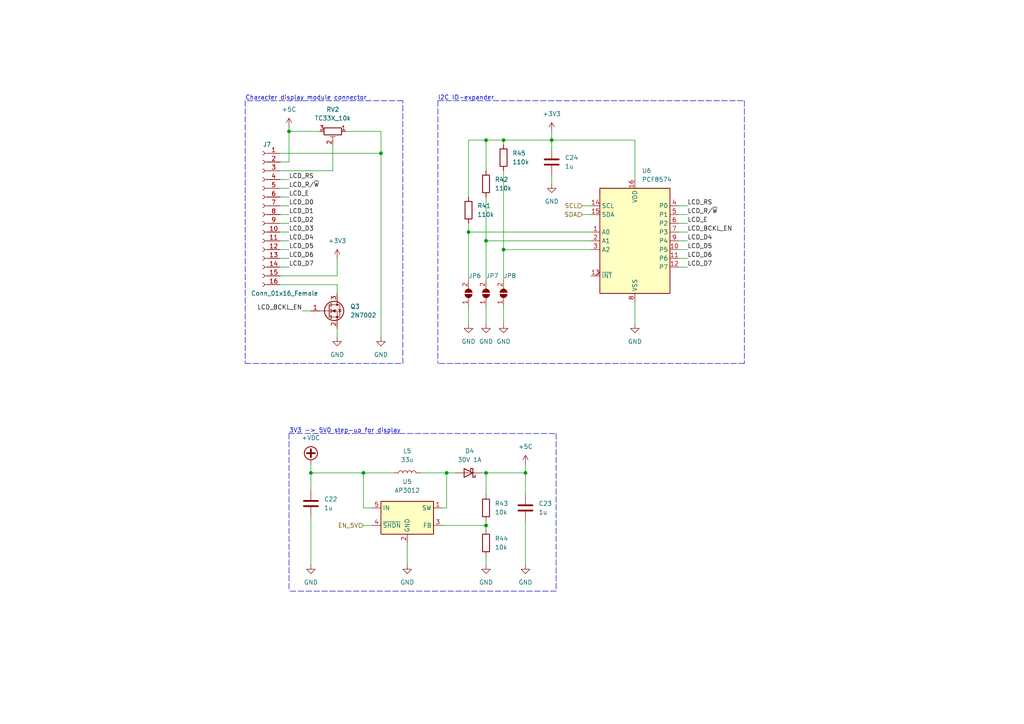
<source format=kicad_sch>
(kicad_sch (version 20211123) (generator eeschema)
  (paper "A4")
  (lib_symbols
    (symbol "Connector:Conn_01x16_Female" (pin_names (offset 1.016) hide)
      (property "Reference" "J" (at 0 20.32 0))
      (property "Value" "Conn_01x16_Female" (at 0 -22.86 0))
      (symbol "Conn_01x16_Female_1_1"
        (arc (start 0 -19.812) (mid -0.508 -20.32) (end 0 -20.828) (stroke (width 0.1524)))
        (arc (start 0 -17.272) (mid -0.508 -17.78) (end 0 -18.288) (stroke (width 0.1524)))
        (arc (start 0 -14.732) (mid -0.508 -15.24) (end 0 -15.748) (stroke (width 0.1524)))
        (arc (start 0 -12.192) (mid -0.508 -12.7) (end 0 -13.208) (stroke (width 0.1524)))
        (arc (start 0 -9.652) (mid -0.508 -10.16) (end 0 -10.668) (stroke (width 0.1524)))
        (arc (start 0 -7.112) (mid -0.508 -7.62) (end 0 -8.128) (stroke (width 0.1524)))
        (arc (start 0 -4.572) (mid -0.508 -5.08) (end 0 -5.588) (stroke (width 0.1524)))
        (arc (start 0 -2.032) (mid -0.508 -2.54) (end 0 -3.048) (stroke (width 0.1524)))
        (polyline (pts (xy -1.27 -20.32) (xy -0.508 -20.32)) (stroke (width 0.1524)))
        (polyline (pts (xy -1.27 -17.78) (xy -0.508 -17.78)) (stroke (width 0.1524)))
        (polyline (pts (xy -1.27 -15.24) (xy -0.508 -15.24)) (stroke (width 0.1524)))
        (polyline (pts (xy -1.27 -12.7) (xy -0.508 -12.7)) (stroke (width 0.1524)))
        (polyline (pts (xy -1.27 -10.16) (xy -0.508 -10.16)) (stroke (width 0.1524)))
        (polyline (pts (xy -1.27 -7.62) (xy -0.508 -7.62)) (stroke (width 0.1524)))
        (polyline (pts (xy -1.27 -5.08) (xy -0.508 -5.08)) (stroke (width 0.1524)))
        (polyline (pts (xy -1.27 -2.54) (xy -0.508 -2.54)) (stroke (width 0.1524)))
        (polyline (pts (xy -1.27 0) (xy -0.508 0)) (stroke (width 0.1524)))
        (polyline (pts (xy -1.27 2.54) (xy -0.508 2.54)) (stroke (width 0.1524)))
        (polyline (pts (xy -1.27 5.08) (xy -0.508 5.08)) (stroke (width 0.1524)))
        (polyline (pts (xy -1.27 7.62) (xy -0.508 7.62)) (stroke (width 0.1524)))
        (polyline (pts (xy -1.27 10.16) (xy -0.508 10.16)) (stroke (width 0.1524)))
        (polyline (pts (xy -1.27 12.7) (xy -0.508 12.7)) (stroke (width 0.1524)))
        (polyline (pts (xy -1.27 15.24) (xy -0.508 15.24)) (stroke (width 0.1524)))
        (polyline (pts (xy -1.27 17.78) (xy -0.508 17.78)) (stroke (width 0.1524)))
        (arc (start 0 0.508) (mid -0.508 0) (end 0 -0.508) (stroke (width 0.1524)))
        (arc (start 0 3.048) (mid -0.508 2.54) (end 0 2.032) (stroke (width 0.1524)))
        (arc (start 0 5.588) (mid -0.508 5.08) (end 0 4.572) (stroke (width 0.1524)))
        (arc (start 0 8.128) (mid -0.508 7.62) (end 0 7.112) (stroke (width 0.1524)))
        (arc (start 0 10.668) (mid -0.508 10.16) (end 0 9.652) (stroke (width 0.1524)))
        (arc (start 0 13.208) (mid -0.508 12.7) (end 0 12.192) (stroke (width 0.1524)))
        (arc (start 0 15.748) (mid -0.508 15.24) (end 0 14.732) (stroke (width 0.1524)))
        (arc (start 0 18.288) (mid -0.508 17.78) (end 0 17.272) (stroke (width 0.1524)))
        (pin passive line (at -5.08 17.78 0) (length 3.81) (name "Pin_1") (number "1"))
        (pin passive line (at -5.08 -5.08 0) (length 3.81) (name "Pin_10") (number "10"))
        (pin passive line (at -5.08 -7.62 0) (length 3.81) (name "Pin_11") (number "11"))
        (pin passive line (at -5.08 -10.16 0) (length 3.81) (name "Pin_12") (number "12"))
        (pin passive line (at -5.08 -12.7 0) (length 3.81) (name "Pin_13") (number "13"))
        (pin passive line (at -5.08 -15.24 0) (length 3.81) (name "Pin_14") (number "14"))
        (pin passive line (at -5.08 -17.78 0) (length 3.81) (name "Pin_15") (number "15"))
        (pin passive line (at -5.08 -20.32 0) (length 3.81) (name "Pin_16") (number "16"))
        (pin passive line (at -5.08 15.24 0) (length 3.81) (name "Pin_2") (number "2"))
        (pin passive line (at -5.08 12.7 0) (length 3.81) (name "Pin_3") (number "3"))
        (pin passive line (at -5.08 10.16 0) (length 3.81) (name "Pin_4") (number "4"))
        (pin passive line (at -5.08 7.62 0) (length 3.81) (name "Pin_5") (number "5"))
        (pin passive line (at -5.08 5.08 0) (length 3.81) (name "Pin_6") (number "6"))
        (pin passive line (at -5.08 2.54 0) (length 3.81) (name "Pin_7") (number "7"))
        (pin passive line (at -5.08 0 0) (length 3.81) (name "Pin_8") (number "8"))
        (pin passive line (at -5.08 -2.54 0) (length 3.81) (name "Pin_9") (number "9"))
      )
    )
    (symbol "Device:C" (pin_numbers hide) (pin_names (offset 0.254))
      (property "Reference" "C" (at 0.635 2.54 0))
      (property "Value" "C" (at 0.635 -2.54 0))
      (symbol "C_0_1"
        (polyline (pts (xy -2.032 -0.762) (xy 2.032 -0.762)) (stroke (width 0.508)))
        (polyline (pts (xy -2.032 0.762) (xy 2.032 0.762)) (stroke (width 0.508)))
      )
      (symbol "C_1_1"
        (pin passive line (at 0 3.81 270) (length 2.794) (name "~") (number "1"))
        (pin passive line (at 0 -3.81 90) (length 2.794) (name "~") (number "2"))
      )
    )
    (symbol "Device:D_Schottky" (pin_numbers hide) (pin_names (offset 1.016) hide)
      (property "Reference" "D" (at 0 2.54 0))
      (property "Value" "D_Schottky" (at 0 -2.54 0))
      (symbol "D_Schottky_0_1"
        (polyline (pts (xy 1.27 0) (xy -1.27 0)))
        (polyline (pts (xy 1.27 1.27) (xy 1.27 -1.27) (xy -1.27 0) (xy 1.27 1.27)) (stroke (width 0.254)))
        (polyline (pts (xy -1.905 0.635) (xy -1.905 1.27) (xy -1.27 1.27) (xy -1.27 -1.27) (xy -0.635 -1.27) (xy -0.635 -0.635)) (stroke (width 0.254)))
      )
      (symbol "D_Schottky_1_1"
        (pin passive line (at -3.81 0 0) (length 2.54) (name "K") (number "1"))
        (pin passive line (at 3.81 0 180) (length 2.54) (name "A") (number "2"))
      )
    )
    (symbol "Device:L" (pin_numbers hide) (pin_names (offset 1.016) hide)
      (property "Reference" "L" (at -1.27 0 90))
      (property "Value" "L" (at 1.905 0 90))
      (symbol "L_0_1"
        (arc (start 0 -2.54) (mid 0.635 -1.905) (end 0 -1.27))
        (arc (start 0 -1.27) (mid 0.635 -0.635) (end 0 0))
        (arc (start 0 0) (mid 0.635 0.635) (end 0 1.27))
        (arc (start 0 1.27) (mid 0.635 1.905) (end 0 2.54))
      )
      (symbol "L_1_1"
        (pin passive line (at 0 3.81 270) (length 1.27) (name "1") (number "1"))
        (pin passive line (at 0 -3.81 90) (length 1.27) (name "2") (number "2"))
      )
    )
    (symbol "Device:Q_NMOS_GSD" (pin_names (offset 0) hide)
      (property "Reference" "Q" (at 5.08 1.27 0))
      (property "Value" "Q_NMOS_GSD" (at 5.08 -1.27 0))
      (symbol "Q_NMOS_GSD_0_1"
        (polyline (pts (xy 0.254 0) (xy -2.54 0)))
        (polyline (pts (xy 0.254 1.905) (xy 0.254 -1.905)) (stroke (width 0.254)))
        (polyline (pts (xy 0.762 -1.27) (xy 0.762 -2.286)) (stroke (width 0.254)))
        (polyline (pts (xy 0.762 0.508) (xy 0.762 -0.508)) (stroke (width 0.254)))
        (polyline (pts (xy 0.762 2.286) (xy 0.762 1.27)) (stroke (width 0.254)))
        (polyline (pts (xy 2.54 2.54) (xy 2.54 1.778)))
        (polyline (pts (xy 2.54 -2.54) (xy 2.54 0) (xy 0.762 0)))
        (polyline (pts (xy 0.762 -1.778) (xy 3.302 -1.778) (xy 3.302 1.778) (xy 0.762 1.778)))
        (polyline (pts (xy 1.016 0) (xy 2.032 0.381) (xy 2.032 -0.381) (xy 1.016 0)) (fill (type outline)))
        (polyline (pts (xy 2.794 0.508) (xy 2.921 0.381) (xy 3.683 0.381) (xy 3.81 0.254)))
        (polyline (pts (xy 3.302 0.381) (xy 2.921 -0.254) (xy 3.683 -0.254) (xy 3.302 0.381)))
        (circle (center 1.651 0) (radius 2.794) (stroke (width 0.254)))
        (circle (center 2.54 -1.778) (radius 0.254) (fill (type outline)))
        (circle (center 2.54 1.778) (radius 0.254) (fill (type outline)))
      )
      (symbol "Q_NMOS_GSD_1_1"
        (pin input line (at -5.08 0 0) (length 2.54) (name "G") (number "1"))
        (pin passive line (at 2.54 -5.08 90) (length 2.54) (name "S") (number "2"))
        (pin passive line (at 2.54 5.08 270) (length 2.54) (name "D") (number "3"))
      )
    )
    (symbol "Device:R" (pin_numbers hide) (pin_names (offset 0))
      (property "Reference" "R" (at 2.032 0 90))
      (property "Value" "R" (at 0 0 90))
      (symbol "R_0_1"
        (rectangle (start -1.016 -2.54) (end 1.016 2.54) (stroke (width 0.254)))
      )
      (symbol "R_1_1"
        (pin passive line (at 0 3.81 270) (length 1.27) (name "~") (number "1"))
        (pin passive line (at 0 -3.81 90) (length 1.27) (name "~") (number "2"))
      )
    )
    (symbol "Device:R_Potentiometer_Trim" (pin_names (offset 1.016) hide)
      (property "Reference" "RV" (at -4.445 0 90))
      (property "Value" "R_Potentiometer_Trim" (at -2.54 0 90))
      (symbol "R_Potentiometer_Trim_0_1"
        (polyline (pts (xy 1.524 0.762) (xy 1.524 -0.762)))
        (polyline (pts (xy 2.54 0) (xy 1.524 0)))
        (rectangle (start 1.016 2.54) (end -1.016 -2.54) (stroke (width 0.254)))
      )
      (symbol "R_Potentiometer_Trim_1_1"
        (pin passive line (at 0 3.81 270) (length 1.27) (name "1") (number "1"))
        (pin passive line (at 3.81 0 180) (length 1.27) (name "2") (number "2"))
        (pin passive line (at 0 -3.81 90) (length 1.27) (name "3") (number "3"))
      )
    )
    (symbol "Interface_Expansion:PCF8574"
      (property "Reference" "U" (at -8.89 16.51 0))
      (property "Value" "PCF8574" (at 2.54 16.51 0))
      (symbol "PCF8574_0_1"
        (rectangle (start -10.16 15.24) (end 10.16 -15.24) (stroke (width 0.254)) (fill (type background)))
      )
      (symbol "PCF8574_1_1"
        (pin input line (at -12.7 2.54 0) (length 2.54) (name "A0") (number "1"))
        (pin bidirectional line (at 12.7 -2.54 180) (length 2.54) (name "P5") (number "10"))
        (pin bidirectional line (at 12.7 -5.08 180) (length 2.54) (name "P6") (number "11"))
        (pin bidirectional line (at 12.7 -7.62 180) (length 2.54) (name "P7") (number "12"))
        (pin open_collector output_low (at -12.7 -10.16 0) (length 2.54) (name "~{INT}") (number "13"))
        (pin input line (at -12.7 10.16 0) (length 2.54) (name "SCL") (number "14"))
        (pin bidirectional line (at -12.7 7.62 0) (length 2.54) (name "SDA") (number "15"))
        (pin power_in line (at 0 17.78 270) (length 2.54) (name "VDD") (number "16"))
        (pin input line (at -12.7 0 0) (length 2.54) (name "A1") (number "2"))
        (pin input line (at -12.7 -2.54 0) (length 2.54) (name "A2") (number "3"))
        (pin bidirectional line (at 12.7 10.16 180) (length 2.54) (name "P0") (number "4"))
        (pin bidirectional line (at 12.7 7.62 180) (length 2.54) (name "P1") (number "5"))
        (pin bidirectional line (at 12.7 5.08 180) (length 2.54) (name "P2") (number "6"))
        (pin bidirectional line (at 12.7 2.54 180) (length 2.54) (name "P3") (number "7"))
        (pin power_in line (at 0 -17.78 90) (length 2.54) (name "VSS") (number "8"))
        (pin bidirectional line (at 12.7 0 180) (length 2.54) (name "P4") (number "9"))
      )
    )
    (symbol "Jumper:SolderJumper_2_Open" (pin_names (offset 0) hide)
      (property "Reference" "JP" (at 0 2.032 0))
      (property "Value" "SolderJumper_2_Open" (at 0 -2.54 0))
      (symbol "SolderJumper_2_Open_0_1"
        (arc (start -0.254 1.016) (mid -1.27 0) (end -0.254 -1.016))
        (arc (start -0.254 1.016) (mid -1.27 0) (end -0.254 -1.016) (fill (type outline)))
        (polyline (pts (xy -0.254 1.016) (xy -0.254 -1.016)))
        (polyline (pts (xy 0.254 1.016) (xy 0.254 -1.016)))
        (arc (start 0.254 -1.016) (mid 1.27 0) (end 0.254 1.016))
        (arc (start 0.254 -1.016) (mid 1.27 0) (end 0.254 1.016) (fill (type outline)))
      )
      (symbol "SolderJumper_2_Open_1_1"
        (pin passive line (at -3.81 0 0) (length 2.54) (name "A") (number "1"))
        (pin passive line (at 3.81 0 180) (length 2.54) (name "B") (number "2"))
      )
    )
    (symbol "Regulator_Switching:AP3012"
      (property "Reference" "U" (at -7.62 5.715 0))
      (property "Value" "AP3012" (at 0 5.715 0))
      (symbol "AP3012_0_1"
        (rectangle (start -7.62 4.445) (end 7.62 -5.08) (stroke (width 0.254)) (fill (type background)))
      )
      (symbol "AP3012_1_1"
        (pin passive line (at 10.16 2.54 180) (length 2.54) (name "SW") (number "1"))
        (pin power_in line (at 0 -7.62 90) (length 2.54) (name "GND") (number "2"))
        (pin input line (at 10.16 -2.54 180) (length 2.54) (name "FB") (number "3"))
        (pin input line (at -10.16 -2.54 0) (length 2.54) (name "~{SHDN}") (number "4"))
        (pin power_in line (at -10.16 2.54 0) (length 2.54) (name "IN") (number "5"))
      )
    )
    (symbol "power:+3V3" (power) (pin_names (offset 0))
      (property "Value" "+3V3" (at 0 3.556 0))
      (symbol "+3V3_0_1"
        (polyline (pts (xy -0.762 1.27) (xy 0 2.54)))
        (polyline (pts (xy 0 0) (xy 0 2.54)))
        (polyline (pts (xy 0 2.54) (xy 0.762 1.27)))
      )
      (symbol "+3V3_1_1"
        (pin power_in line (at 0 0 90) (length 0) hide (name "+3V3") (number "1"))
      )
    )
    (symbol "power:+5C" (power) (pin_names (offset 0))
      (property "Value" "+5C" (at 0 3.556 0))
      (symbol "+5C_0_1"
        (polyline (pts (xy -0.762 1.27) (xy 0 2.54)))
        (polyline (pts (xy 0 0) (xy 0 2.54)))
        (polyline (pts (xy 0 2.54) (xy 0.762 1.27)))
      )
      (symbol "+5C_1_1"
        (pin power_in line (at 0 0 90) (length 0) hide (name "+5C") (number "1"))
      )
    )
    (symbol "power:+VDC" (power) (pin_names (offset 0))
      (property "Value" "+VDC" (at 0 6.35 0))
      (symbol "+VDC_0_1"
        (polyline (pts (xy -1.143 3.175) (xy 1.143 3.175)) (stroke (width 0.508)))
        (polyline (pts (xy 0 0) (xy 0 1.27)))
        (polyline (pts (xy 0 2.032) (xy 0 4.318)) (stroke (width 0.508)))
        (circle (center 0 3.175) (radius 1.905) (stroke (width 0.254)))
      )
      (symbol "+VDC_1_1"
        (pin power_in line (at 0 0 90) (length 0) hide (name "+VDC") (number "1"))
      )
    )
    (symbol "power:GND" (power) (pin_names (offset 0))
      (property "Value" "GND" (at 0 -3.81 0))
      (symbol "GND_0_1"
        (polyline (pts (xy 0 0) (xy 0 -1.27) (xy 1.27 -1.27) (xy 0 -2.54) (xy -1.27 -1.27) (xy 0 -1.27)))
      )
      (symbol "GND_1_1"
        (pin power_in line (at 0 0 270) (length 0) hide (name "GND") (number "1"))
      )
    )
  )
  (junction (at 83.82 38.1))
  (junction (at 140.97 152.4))
  (junction (at 140.97 137.16))
  (junction (at 129.54 137.16))
  (junction (at 105.41 137.16))
  (junction (at 146.05 72.39))
  (junction (at 110.49 44.45))
  (junction (at 146.05 40.64))
  (junction (at 135.89 67.31))
  (junction (at 152.4 137.16))
  (junction (at 140.97 69.85))
  (junction (at 140.97 40.64))
  (junction (at 90.17 137.16))
  (junction (at 160.02 40.64))
  (wire (pts (xy 81.28 59.69) (xy 83.82 59.69)))
  (wire (pts (xy 140.97 143.51) (xy 140.97 137.16)))
  (wire (pts (xy 81.28 57.15) (xy 83.82 57.15)))
  (wire (pts (xy 129.54 137.16) (xy 132.08 137.16)))
  (wire (pts (xy 140.97 69.85) (xy 140.97 81.28)))
  (wire (pts (xy 140.97 137.16) (xy 139.7 137.16)))
  (wire (pts (xy 168.91 62.23) (xy 171.45 62.23)))
  (wire (pts (xy 135.89 64.77) (xy 135.89 67.31)))
  (wire (pts (xy 90.17 134.62) (xy 90.17 137.16)))
  (wire (pts (xy 121.92 137.16) (xy 129.54 137.16)))
  (wire (pts (xy 168.91 59.69) (xy 171.45 59.69)))
  (polyline (pts (xy 127 29.21) (xy 127 105.41)))
  (wire (pts (xy 140.97 152.4) (xy 140.97 151.13)))
  (polyline (pts (xy 83.82 125.73) (xy 83.82 171.45)))
  (wire (pts (xy 81.28 80.01) (xy 97.79 80.01)))
  (wire (pts (xy 152.4 151.13) (xy 152.4 163.83)))
  (wire (pts (xy 81.28 69.85) (xy 83.82 69.85)))
  (wire (pts (xy 146.05 88.9) (xy 146.05 93.98)))
  (wire (pts (xy 196.85 62.23) (xy 199.39 62.23)))
  (wire (pts (xy 184.15 87.63) (xy 184.15 93.98)))
  (wire (pts (xy 196.85 74.93) (xy 199.39 74.93)))
  (polyline (pts (xy 116.84 29.21) (xy 71.12 29.21)))
  (wire (pts (xy 81.28 46.99) (xy 83.82 46.99)))
  (wire (pts (xy 128.27 147.32) (xy 129.54 147.32)))
  (wire (pts (xy 146.05 40.64) (xy 146.05 41.91)))
  (polyline (pts (xy 215.9 105.41) (xy 127 105.41)))
  (wire (pts (xy 140.97 40.64) (xy 135.89 40.64)))
  (polyline (pts (xy 83.82 125.73) (xy 161.29 125.73)))
  (wire (pts (xy 87.63 90.17) (xy 90.17 90.17)))
  (wire (pts (xy 110.49 38.1) (xy 110.49 44.45)))
  (wire (pts (xy 90.17 137.16) (xy 90.17 142.24)))
  (wire (pts (xy 97.79 74.93) (xy 97.79 80.01)))
  (wire (pts (xy 97.79 95.25) (xy 97.79 97.79)))
  (wire (pts (xy 135.89 67.31) (xy 135.89 81.28)))
  (wire (pts (xy 105.41 147.32) (xy 107.95 147.32)))
  (wire (pts (xy 146.05 72.39) (xy 171.45 72.39)))
  (wire (pts (xy 81.28 64.77) (xy 83.82 64.77)))
  (wire (pts (xy 196.85 72.39) (xy 199.39 72.39)))
  (wire (pts (xy 140.97 57.15) (xy 140.97 69.85)))
  (polyline (pts (xy 71.12 29.21) (xy 71.12 105.41)))
  (wire (pts (xy 196.85 77.47) (xy 199.39 77.47)))
  (wire (pts (xy 97.79 82.55) (xy 97.79 85.09)))
  (wire (pts (xy 90.17 149.86) (xy 90.17 163.83)))
  (wire (pts (xy 96.52 49.53) (xy 96.52 41.91)))
  (wire (pts (xy 81.28 72.39) (xy 83.82 72.39)))
  (wire (pts (xy 81.28 62.23) (xy 83.82 62.23)))
  (wire (pts (xy 135.89 40.64) (xy 135.89 57.15)))
  (wire (pts (xy 140.97 137.16) (xy 152.4 137.16)))
  (wire (pts (xy 118.11 157.48) (xy 118.11 163.83)))
  (wire (pts (xy 105.41 152.4) (xy 107.95 152.4)))
  (wire (pts (xy 160.02 38.1) (xy 160.02 40.64)))
  (wire (pts (xy 160.02 40.64) (xy 184.15 40.64)))
  (wire (pts (xy 184.15 40.64) (xy 184.15 52.07)))
  (wire (pts (xy 140.97 152.4) (xy 140.97 153.67)))
  (polyline (pts (xy 127 29.21) (xy 215.9 29.21)))
  (polyline (pts (xy 71.12 105.41) (xy 116.84 105.41)))
  (wire (pts (xy 196.85 59.69) (xy 199.39 59.69)))
  (wire (pts (xy 81.28 67.31) (xy 83.82 67.31)))
  (wire (pts (xy 81.28 82.55) (xy 97.79 82.55)))
  (wire (pts (xy 81.28 74.93) (xy 83.82 74.93)))
  (wire (pts (xy 146.05 49.53) (xy 146.05 72.39)))
  (polyline (pts (xy 161.29 125.73) (xy 161.29 171.45)))
  (wire (pts (xy 81.28 49.53) (xy 96.52 49.53)))
  (wire (pts (xy 81.28 77.47) (xy 83.82 77.47)))
  (wire (pts (xy 146.05 40.64) (xy 140.97 40.64)))
  (wire (pts (xy 160.02 50.8) (xy 160.02 53.34)))
  (wire (pts (xy 128.27 152.4) (xy 140.97 152.4)))
  (wire (pts (xy 140.97 40.64) (xy 140.97 49.53)))
  (wire (pts (xy 196.85 67.31) (xy 199.39 67.31)))
  (wire (pts (xy 83.82 38.1) (xy 92.71 38.1)))
  (wire (pts (xy 100.33 38.1) (xy 110.49 38.1)))
  (wire (pts (xy 105.41 137.16) (xy 105.41 147.32)))
  (polyline (pts (xy 215.9 29.21) (xy 215.9 105.41)))
  (wire (pts (xy 81.28 54.61) (xy 83.82 54.61)))
  (wire (pts (xy 83.82 38.1) (xy 83.82 46.99)))
  (wire (pts (xy 152.4 137.16) (xy 152.4 143.51)))
  (wire (pts (xy 146.05 72.39) (xy 146.05 81.28)))
  (wire (pts (xy 140.97 88.9) (xy 140.97 93.98)))
  (polyline (pts (xy 161.29 171.45) (xy 83.82 171.45)))
  (polyline (pts (xy 116.84 105.41) (xy 116.84 29.21)))
  (wire (pts (xy 81.28 52.07) (xy 83.82 52.07)))
  (wire (pts (xy 105.41 137.16) (xy 90.17 137.16)))
  (wire (pts (xy 81.28 44.45) (xy 110.49 44.45)))
  (wire (pts (xy 83.82 36.83) (xy 83.82 38.1)))
  (wire (pts (xy 140.97 161.29) (xy 140.97 163.83)))
  (wire (pts (xy 196.85 64.77) (xy 199.39 64.77)))
  (wire (pts (xy 140.97 69.85) (xy 171.45 69.85)))
  (wire (pts (xy 135.89 88.9) (xy 135.89 93.98)))
  (wire (pts (xy 152.4 134.62) (xy 152.4 137.16)))
  (wire (pts (xy 160.02 40.64) (xy 146.05 40.64)))
  (wire (pts (xy 114.3 137.16) (xy 105.41 137.16)))
  (wire (pts (xy 135.89 67.31) (xy 171.45 67.31)))
  (wire (pts (xy 129.54 147.32) (xy 129.54 137.16)))
  (wire (pts (xy 160.02 43.18) (xy 160.02 40.64)))
  (wire (pts (xy 110.49 44.45) (xy 110.49 97.79)))
  (wire (pts (xy 196.85 69.85) (xy 199.39 69.85)))
  (text "3V3 -> 5V0 step-up for display" (at 83.82 125.73 0) (effects (font (size 1.27 1.27)) (justify left bottom)))
  (text "I2C IO-expander" (at 127 29.21 0) (effects (font (size 1.27 1.27)) (justify left bottom)))
  (text "Character display module connector" (at 71.12 29.21 0) (effects (font (size 1.27 1.27)) (justify left bottom)))
  (label "LCD_BCKL_EN" (at 87.63 90.17 180))
  (label "LCD_BCKL_EN" (at 199.39 67.31 0))
  (label "LCD_D6" (at 199.39 74.93 0))
  (label "LCD_E" (at 199.39 64.77 0))
  (label "LCD_D2" (at 83.82 64.77 0))
  (label "LCD_D0" (at 83.82 59.69 0))
  (label "LCD_RS" (at 199.39 59.69 0))
  (label "LCD_D1" (at 83.82 62.23 0))
  (label "LCD_D4" (at 199.39 69.85 0))
  (label "LCD_R{slash}~{W}" (at 199.39 62.23 0))
  (label "LCD_D7" (at 199.39 77.47 0))
  (label "LCD_R{slash}~{W}" (at 83.82 54.61 0))
  (label "LCD_E" (at 83.82 57.15 0))
  (label "LCD_D4" (at 83.82 69.85 0))
  (label "LCD_D5" (at 83.82 72.39 0))
  (label "LCD_RS" (at 83.82 52.07 0))
  (label "LCD_D5" (at 199.39 72.39 0))
  (label "LCD_D6" (at 83.82 74.93 0))
  (label "LCD_D7" (at 83.82 77.47 0))
  (label "LCD_D3" (at 83.82 67.31 0))
  (hierarchical_label "SDA" (shape input) (at 168.91 62.23 180))
  (hierarchical_label "SCL" (shape input) (at 168.91 59.69 180))
  (hierarchical_label "EN_5V" (shape input) (at 105.41 152.4 180))
  (symbol (lib_id "power:GND") (at 146.05 93.98 0) (unit 1)
    (property "Reference" "#PWR081" (effects hide))
    (property "Value" "GND" (at 146.05 99.06 0))
  )
  (symbol (lib_id "Device:R") (at 135.89 60.96 180) (unit 1)
    (property "Reference" "R41" (at 138.43 59.6899 0) (effects (justify right)))
    (property "Value" "110k" (at 138.43 62.2299 0) (effects (justify right)))
    (property "Footprint" "Resistor_SMD:R_0603_1608Metric" (effects hide))
  )
  (symbol (lib_id "power:+5C") (at 83.82 36.83 0) (unit 1)
    (property "Reference" "#PWR071" (effects hide))
    (property "Value" "+5C" (at 83.82 31.75 0))
  )
  (symbol (lib_id "Device:R") (at 146.05 45.72 180) (unit 1)
    (property "Reference" "R45" (at 148.59 44.4499 0) (effects (justify right)))
    (property "Value" "110k" (at 148.59 46.9899 0) (effects (justify right)))
    (property "Footprint" "Resistor_SMD:R_0603_1608Metric" (effects hide))
  )
  (symbol (lib_id "power:GND") (at 184.15 93.98 0) (unit 1)
    (property "Reference" "#PWR086" (effects hide))
    (property "Value" "GND" (at 184.15 99.06 0))
  )
  (symbol (lib_id "Regulator_Switching:AP3012") (at 118.11 149.86 0) (unit 1)
    (property "Reference" "U5" (at 118.11 139.7 0))
    (property "Value" "AP3012" (at 118.11 142.24 0))
    (property "Footprint" "Package_TO_SOT_SMD:SOT-23-5" (effects hide))
    (property "Datasheet" "https://www.diodes.com/assets/Datasheets/AP3012.pdf" (effects hide))
  )
  (symbol (lib_id "Device:R") (at 140.97 147.32 180) (unit 1)
    (property "Reference" "R43" (at 143.51 146.0499 0) (effects (justify right)))
    (property "Value" "10k" (at 143.51 148.5899 0) (effects (justify right)))
    (property "Footprint" "Resistor_SMD:R_0603_1608Metric" (effects hide))
  )
  (symbol (lib_id "power:GND") (at 140.97 163.83 0) (unit 1)
    (property "Reference" "#PWR080" (effects hide))
    (property "Value" "GND" (at 140.97 168.91 0))
  )
  (symbol (lib_id "Connector:Conn_01x16_Female") (at 76.2 62.23 0) (mirror y) (unit 1)
    (property "Reference" "J7" (at 77.47 41.91 0))
    (property "Value" "Conn_01x16_Female" (at 82.55 85.09 0))
    (property "Footprint" "Connector_PinSocket_2.54mm:PinSocket_1x16_P2.54mm_Vertical" (effects hide))
  )
  (symbol (lib_id "power:GND") (at 140.97 93.98 0) (unit 1)
    (property "Reference" "#PWR079" (effects hide))
    (property "Value" "GND" (at 140.97 99.06 0))
  )
  (symbol (lib_id "Jumper:SolderJumper_2_Open") (at 140.97 85.09 90) (unit 1)
    (property "Reference" "JP7" (at 140.97 80.01 90) (effects (justify right)))
    (property "Value" "SolderJumper_2_Open" (effects hide))
    (property "Footprint" "Jumper:SolderJumper-2_P1.3mm_Open_RoundedPad1.0x1.5mm" (effects hide))
  )
  (symbol (lib_id "Jumper:SolderJumper_2_Open") (at 146.05 85.09 90) (unit 1)
    (property "Reference" "JP8" (at 146.05 80.01 90) (effects (justify right)))
    (property "Value" "SolderJumper_2_Open" (effects hide))
    (property "Footprint" "Jumper:SolderJumper-2_P1.3mm_Open_RoundedPad1.0x1.5mm" (effects hide))
  )
  (symbol (lib_id "power:GND") (at 118.11 163.83 0) (unit 1)
    (property "Reference" "#PWR077" (effects hide))
    (property "Value" "GND" (at 118.11 168.91 0))
  )
  (symbol (lib_id "Interface_Expansion:PCF8574") (at 184.15 69.85 0) (unit 1)
    (property "Reference" "U6" (at 186.1694 49.53 0) (effects (justify left)))
    (property "Value" "PCF8574" (at 186.1694 52.07 0) (effects (justify left)))
    (property "Footprint" "Package_SO:SOIC-16W_7.5x10.3mm_P1.27mm" (effects hide))
    (property "Datasheet" "http://www.nxp.com/documents/data_sheet/PCF8574_PCF8574A.pdf" (effects hide))
  )
  (symbol (lib_id "power:GND") (at 110.49 97.79 0) (unit 1)
    (property "Reference" "#PWR076" (effects hide))
    (property "Value" "GND" (at 110.49 102.87 0))
  )
  (symbol (lib_id "power:GND") (at 97.79 97.79 0) (unit 1)
    (property "Reference" "#PWR075" (effects hide))
    (property "Value" "GND" (at 97.79 102.87 0))
  )
  (symbol (lib_id "Jumper:SolderJumper_2_Open") (at 135.89 85.09 90) (unit 1)
    (property "Reference" "JP6" (at 135.89 80.01 90) (effects (justify right)))
    (property "Value" "SolderJumper_2_Open" (effects hide))
    (property "Footprint" "Jumper:SolderJumper-2_P1.3mm_Open_RoundedPad1.0x1.5mm" (effects hide))
  )
  (symbol (lib_id "power:+3V3") (at 160.02 38.1 0) (unit 1)
    (property "Reference" "#PWR084" (effects hide))
    (property "Value" "+3V3" (at 160.02 33.02 0))
  )
  (symbol (lib_id "Device:Q_NMOS_GSD") (at 95.25 90.17 0) (unit 1)
    (property "Reference" "Q3" (at 101.6 88.8999 0) (effects (justify left)))
    (property "Value" "2N7002" (at 101.6 91.4399 0) (effects (justify left)))
    (property "Footprint" "Package_TO_SOT_SMD:SOT-323_SC-70" (effects hide))
    (property "Datasheet" "https://media.digikey.com/pdf/Data%20Sheets/Nexperia/2N7002PW.pdf" (effects hide))
    (property "MFG" "Nexperia USA Inc." (effects hide))
    (property "MFG#" "2N7002PW,115" (effects hide))
  )
  (symbol (lib_id "power:GND") (at 90.17 163.83 0) (unit 1)
    (property "Reference" "#PWR073" (effects hide))
    (property "Value" "GND" (at 90.17 168.91 0))
  )
  (symbol (lib_id "power:GND") (at 135.89 93.98 0) (unit 1)
    (property "Reference" "#PWR078" (effects hide))
    (property "Value" "GND" (at 135.89 99.06 0))
  )
  (symbol (lib_id "Device:R_Potentiometer_Trim") (at 96.52 38.1 270) (unit 1)
    (property "Reference" "RV2" (at 96.52 31.75 90))
    (property "Value" "TC33X_10k" (at 96.52 34.29 90))
    (property "Footprint" "Custom:trimmer_Bourns_tc33x" (effects hide))
    (property "Datasheet" "https://www.bourns.com/docs/Product-Datasheets/TC33.pdf" (effects hide))
    (property "MFG" "Bourns Inc." (effects hide))
  )
  (symbol (lib_id "power:GND") (at 152.4 163.83 0) (unit 1)
    (property "Reference" "#PWR083" (effects hide))
    (property "Value" "GND" (at 152.4 168.91 0))
  )
  (symbol (lib_id "Device:D_Schottky") (at 135.89 137.16 180) (unit 1)
    (property "Reference" "D4" (at 136.2075 130.81 0))
    (property "Value" "30V 1A" (at 136.2075 133.35 0))
    (property "Footprint" "Diode_SMD:D_SOD-323" (effects hide))
    (property "Datasheet" "https://toshiba.semicon-storage.com/info/CUS10S30_datasheet_en_20140407.pdf?did=14077&prodName=CUS10S30" (effects hide))
    (property "MFG" "Toshiba Semiconductor and Storage" (effects hide))
    (property "MFG#" "CUS10S30,H3F" (effects hide))
  )
  (symbol (lib_id "power:+VDC") (at 90.17 134.62 0) (unit 1)
    (property "Reference" "#PWR0104" (effects hide))
    (property "Value" "+VDC" (at 90.17 127 0))
  )
  (symbol (lib_id "Device:R") (at 140.97 53.34 180) (unit 1)
    (property "Reference" "R42" (at 143.51 52.0699 0) (effects (justify right)))
    (property "Value" "110k" (at 143.51 54.6099 0) (effects (justify right)))
    (property "Footprint" "Resistor_SMD:R_0603_1608Metric" (effects hide))
  )
  (symbol (lib_id "power:+3V3") (at 97.79 74.93 0) (unit 1)
    (property "Reference" "#PWR074" (effects hide))
    (property "Value" "+3V3" (at 97.79 69.85 0))
  )
  (symbol (lib_id "Device:L") (at 118.11 137.16 90) (unit 1)
    (property "Reference" "L5" (at 118.11 130.81 90))
    (property "Value" "33u" (at 118.11 133.35 90))
    (property "Footprint" "Inductor_SMD:L_Taiyo-Yuden_NR-50xx" (effects hide))
    (property "Datasheet" "https://www.yuden.co.jp/productdata/catalog/wound04_e.pdf" (effects hide))
    (property "MFG" "Taiyo Yuden" (effects hide))
    (property "MFG#" "NRS5030T330MMGJ" (effects hide))
  )
  (symbol (lib_id "Device:C") (at 152.4 147.32 0) (unit 1)
    (property "Reference" "C23" (at 156.21 146.0499 0) (effects (justify left)))
    (property "Value" "1u" (at 156.21 148.5899 0) (effects (justify left)))
    (property "Footprint" "Capacitor_SMD:C_0603_1608Metric" (effects hide))
  )
  (symbol (lib_id "Device:C") (at 90.17 146.05 0) (unit 1)
    (property "Reference" "C22" (at 93.98 144.7799 0) (effects (justify left)))
    (property "Value" "1u" (at 93.98 147.3199 0) (effects (justify left)))
    (property "Footprint" "Capacitor_SMD:C_0603_1608Metric" (effects hide))
  )
  (symbol (lib_id "Device:R") (at 140.97 157.48 180) (unit 1)
    (property "Reference" "R44" (at 143.51 156.2099 0) (effects (justify right)))
    (property "Value" "10k" (at 143.51 158.7499 0) (effects (justify right)))
    (property "Footprint" "Resistor_SMD:R_0603_1608Metric" (effects hide))
  )
  (symbol (lib_id "power:GND") (at 160.02 53.34 0) (unit 1)
    (property "Reference" "#PWR085" (effects hide))
    (property "Value" "GND" (at 160.02 58.42 0))
  )
  (symbol (lib_id "Device:C") (at 160.02 46.99 0) (unit 1)
    (property "Reference" "C24" (at 163.83 45.7199 0) (effects (justify left)))
    (property "Value" "1u" (at 163.83 48.2599 0) (effects (justify left)))
    (property "Footprint" "Capacitor_SMD:C_0603_1608Metric" (effects hide))
  )
  (symbol (lib_id "power:+5C") (at 152.4 134.62 0) (unit 1)
    (property "Reference" "#PWR082" (effects hide))
    (property "Value" "+5C" (at 152.4 129.54 0))
  )
)
</source>
